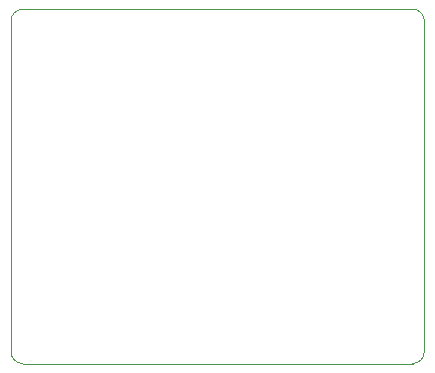
<source format=gbr>
%TF.GenerationSoftware,KiCad,Pcbnew,7.0.11-7.0.11~ubuntu22.04.1*%
%TF.CreationDate,2024-06-13T22:21:10+02:00*%
%TF.ProjectId,schneggi_sensor_kicad7,7363686e-6567-4676-995f-73656e736f72,rev?*%
%TF.SameCoordinates,Original*%
%TF.FileFunction,Profile,NP*%
%FSLAX46Y46*%
G04 Gerber Fmt 4.6, Leading zero omitted, Abs format (unit mm)*
G04 Created by KiCad (PCBNEW 7.0.11-7.0.11~ubuntu22.04.1) date 2024-06-13 22:21:10*
%MOMM*%
%LPD*%
G01*
G04 APERTURE LIST*
%TA.AperFunction,Profile*%
%ADD10C,0.100000*%
%TD*%
G04 APERTURE END LIST*
D10*
X0Y-1000000D02*
X0Y-29000000D01*
X35000000Y-1000000D02*
X35000000Y-29000000D01*
X34000000Y0D02*
X1000000Y0D01*
X1000000Y-30000000D02*
X34000000Y-30000000D01*
X34000000Y-30000000D02*
G75*
G03*
X35000000Y-29000000I0J1000000D01*
G01*
X1000000Y0D02*
G75*
G03*
X0Y-1000000I0J-1000000D01*
G01*
X0Y-29000000D02*
G75*
G03*
X1000000Y-30000000I1000000J0D01*
G01*
X35000000Y-1000000D02*
G75*
G03*
X34000000Y0I-1000000J0D01*
G01*
M02*

</source>
